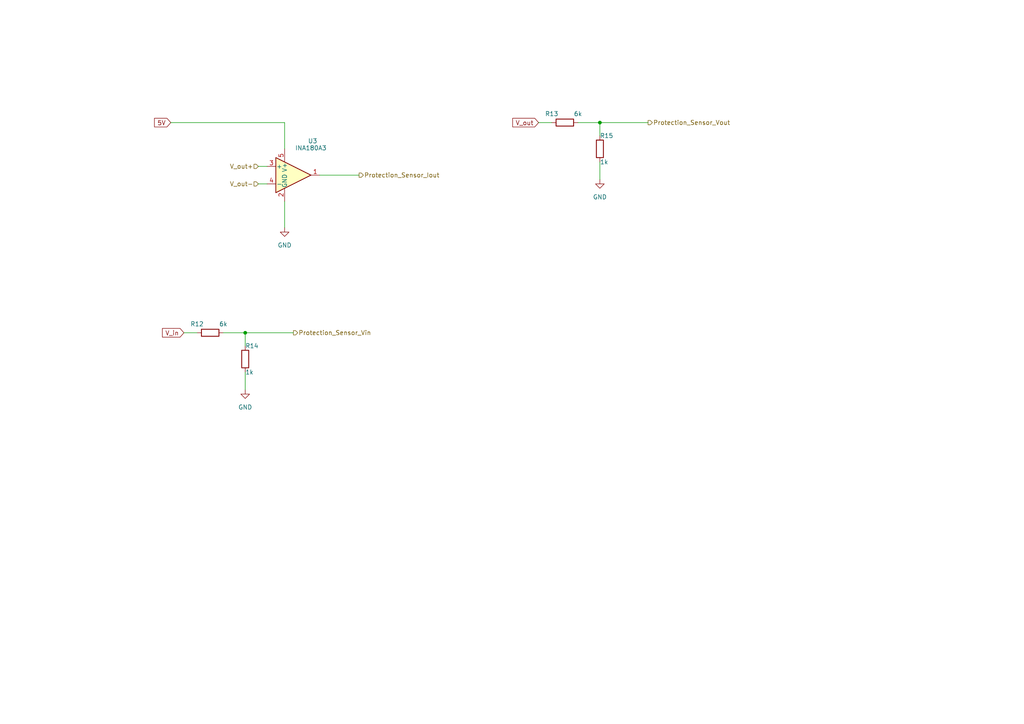
<source format=kicad_sch>
(kicad_sch (version 20231120) (generator "eeschema") (generator_version "8.0")
  (paper "A4")
  (lib_symbols
    (symbol "Amplifier_Current:INA180A3" (pin_names (offset 0.127))
      (property "Reference" "U" (at 3.81 3.81 0))
      (property "Value" "INA180A3" (at 3.81 -2.54 0))
      (symbol "INA180A3_0_1"
        (polyline (pts (xy 5.08 0) (xy -5.08 5.08) (xy -5.08 -5.08) (xy 5.08 0)) (stroke (width 0.254)) (fill (type background)))
      )
      (symbol "INA180A3_1_1"
        (pin output line (at 7.62 0 180) (length 2.54) (name "~") (number "1"))
        (pin power_in line (at -2.54 -7.62 90) (length 3.81) (name "GND") (number "2"))
        (pin input line (at -7.62 2.54 0) (length 2.54) (name "+") (number "3"))
        (pin input line (at -7.62 -2.54 0) (length 2.54) (name "-") (number "4"))
        (pin power_in line (at -2.54 7.62 270) (length 3.81) (name "V+") (number "5"))
      )
    )
    (symbol "Device:R" (pin_numbers hide) (pin_names (offset 0))
      (property "Reference" "R" (at 2.032 0 90))
      (property "Value" "R" (at 0 0 90))
      (symbol "R_0_1"
        (rectangle (start -1.016 -2.54) (end 1.016 2.54) (stroke (width 0.254)))
      )
      (symbol "R_1_1"
        (pin passive line (at 0 3.81 270) (length 1.27) (name "~") (number "1"))
        (pin passive line (at 0 -3.81 90) (length 1.27) (name "~") (number "2"))
      )
    )
    (symbol "Power:GND" (power) (pin_names (offset 0))
      (property "Value" "GND" (at 0 -3.81 0))
      (symbol "GND_0_1"
        (polyline (pts (xy 0 0) (xy 0 -1.27) (xy 1.27 -1.27) (xy 0 -2.54) (xy -1.27 -1.27) (xy 0 -1.27)))
      )
      (symbol "GND_1_1"
        (pin power_in line (at 0 0 270) (length 0) hide (name "GND") (number "1"))
      )
    )
  )
  (junction (at 173.99 35.56))
  (junction (at 71.12 96.52))
  (wire (pts (xy 173.99 35.56) (xy 187.96 35.56)))
  (wire (pts (xy 71.12 96.52) (xy 71.12 100.33)))
  (wire (pts (xy 49.53 35.56) (xy 82.55 35.56)))
  (wire (pts (xy 82.55 35.56) (xy 82.55 43.18)))
  (wire (pts (xy 167.64 35.56) (xy 173.99 35.56)))
  (wire (pts (xy 71.12 107.95) (xy 71.12 113.03)))
  (wire (pts (xy 92.71 50.8) (xy 104.14 50.8)))
  (wire (pts (xy 156.21 35.56) (xy 160.02 35.56)))
  (wire (pts (xy 71.12 96.52) (xy 85.09 96.52)))
  (wire (pts (xy 82.55 58.42) (xy 82.55 66.04)))
  (wire (pts (xy 173.99 46.99) (xy 173.99 52.07)))
  (wire (pts (xy 64.77 96.52) (xy 71.12 96.52)))
  (wire (pts (xy 173.99 35.56) (xy 173.99 39.37)))
  (wire (pts (xy 53.34 96.52) (xy 57.15 96.52)))
  (wire (pts (xy 74.93 53.34) (xy 77.47 53.34)))
  (wire (pts (xy 74.93 48.26) (xy 77.47 48.26)))
  (global_label "5V" (shape input) (at 49.53 35.56 180) (property "Intersheetrefs" "${INTERSHEET_REFS}" (effects (hide yes))))
  (global_label "V_in" (shape input) (at 53.34 96.52 180) (property "Intersheetrefs" "${INTERSHEET_REFS}" (effects (hide yes))))
  (global_label "V_out" (shape input) (at 156.21 35.56 180) (property "Intersheetrefs" "${INTERSHEET_REFS}" (effects (hide yes))))
  (hierarchical_label "Protection_Sensor_Iout" (shape output) (at 104.14 50.8 0))
  (hierarchical_label "Protection_Sensor_Vout" (shape output) (at 187.96 35.56 0))
  (hierarchical_label "V_out+" (shape input) (at 74.93 48.26 180))
  (hierarchical_label "Protection_Sensor_Vin" (shape output) (at 85.09 96.52 0))
  (hierarchical_label "V_out-" (shape input) (at 74.93 53.34 180))
  (symbol (lib_id "Device:R") (at 163.83 35.56 90) (unit 1)
    (property "Reference" "R13" (at 160.02 33.02 90))
    (property "Value" "6k" (at 167.64 33.02 90))
    (property "Footprint" "Resistor_SMD:R_0603_1608Metric_Pad0.98x0.95mm_HandSolder" (effects (hide yes)))
  )
  (symbol (lib_id "Amplifier_Current:INA180A3") (at 85.09 50.8 0) (unit 1)
    (property "Reference" "U3" (at 90.678 40.894 0))
    (property "Value" "INA180A3" (at 90.17 42.926 0))
    (property "Footprint" "Package_TO_SOT_SMD:SOT-23-5" (effects (hide yes)))
    (property "Datasheet" "http://www.ti.com/lit/ds/symlink/ina180.pdf" (effects (hide yes)))
    (property "Description" "Current Sense Amplifier, 1 Circuit, Rail-to-Rail, 26V, Gain 100 V/V, SOT-23-5" (effects (hide yes)))
  )
  (symbol (lib_id "Power:GND") (at 71.12 113.03 0) (unit 1)
    (property "Reference" "#PWR027" (effects (hide yes)))
    (property "Value" "GND" (at 71.12 118.11 0))
  )
  (symbol (lib_id "Device:R") (at 71.12 104.14 180) (unit 1)
    (property "Reference" "R14" (at 71.12 100.33 0) (effects (justify right)))
    (property "Value" "1k" (at 71.12 107.95 0) (effects (justify right)))
    (property "Footprint" "Resistor_SMD:R_0603_1608Metric_Pad0.98x0.95mm_HandSolder" (effects (hide yes)))
  )
  (symbol (lib_id "Device:R") (at 60.96 96.52 90) (unit 1)
    (property "Reference" "R12" (at 57.15 93.98 90))
    (property "Value" "6k" (at 64.77 93.98 90))
    (property "Footprint" "Resistor_SMD:R_0603_1608Metric_Pad0.98x0.95mm_HandSolder" (effects (hide yes)))
  )
  (symbol (lib_id "Device:R") (at 173.99 43.18 180) (unit 1)
    (property "Reference" "R15" (at 173.99 39.37 0) (effects (justify right)))
    (property "Value" "1k" (at 173.99 46.99 0) (effects (justify right)))
    (property "Footprint" "Resistor_SMD:R_0603_1608Metric_Pad0.98x0.95mm_HandSolder" (effects (hide yes)))
  )
  (symbol (lib_id "Power:GND") (at 82.55 66.04 0) (unit 1)
    (property "Reference" "#PWR028" (effects (hide yes)))
    (property "Value" "GND" (at 82.55 71.12 0))
  )
  (symbol (lib_id "Power:GND") (at 173.99 52.07 0) (unit 1)
    (property "Reference" "#PWR037" (effects (hide yes)))
    (property "Value" "GND" (at 173.99 57.15 0))
  )
)
</source>
